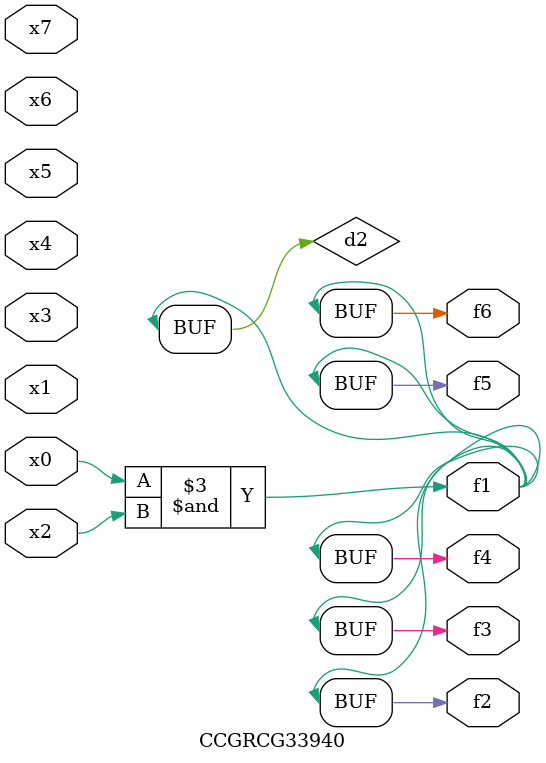
<source format=v>
module CCGRCG33940(
	input x0, x1, x2, x3, x4, x5, x6, x7,
	output f1, f2, f3, f4, f5, f6
);

	wire d1, d2;

	nor (d1, x3, x6);
	and (d2, x0, x2);
	assign f1 = d2;
	assign f2 = d2;
	assign f3 = d2;
	assign f4 = d2;
	assign f5 = d2;
	assign f6 = d2;
endmodule

</source>
